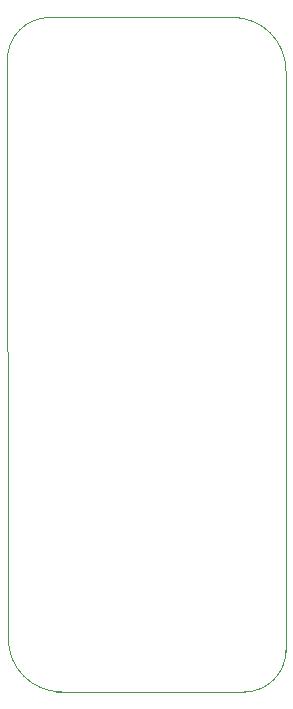
<source format=gm1>
G04 This is an RS-274x file exported by *
G04 gerbv version 2.6.0 *
G04 More information is available about gerbv at *
G04 http://gerbv.gpleda.org/ *
G04 --End of header info--*
%MOIN*%
%FSLAX34Y34*%
%IPPOS*%
G04 --Define apertures--*
%ADD10C,0.0039*%
%ADD11C,0.0016*%
%ADD12C,0.0059*%
G04 --Start main section--*
G54D11*
G01X0044882Y-048426D02*
G01X0044882Y-029056D01*
G01X0035591Y-028662D02*
G01X0035630Y-048032D01*
G01X0044882Y-029056D02*
G75*
G03X0043110Y-027284I-001772J0000000D01*
G01X0037008Y-027284D02*
G01X0043307Y-027284D01*
G01X0037008Y-027284D02*
G75*
G03X0035593Y-028701I0000002J-001417D01*
G01X0043501Y-049766D02*
G01X0037202Y-049766D01*
G01X0035627Y-047994D02*
G75*
G03X0037399Y-049766I0001772J0000000D01*
G01X0043504Y-049766D02*
G75*
G03X0044879Y-048388I-000002J0001378D01*
M02*

</source>
